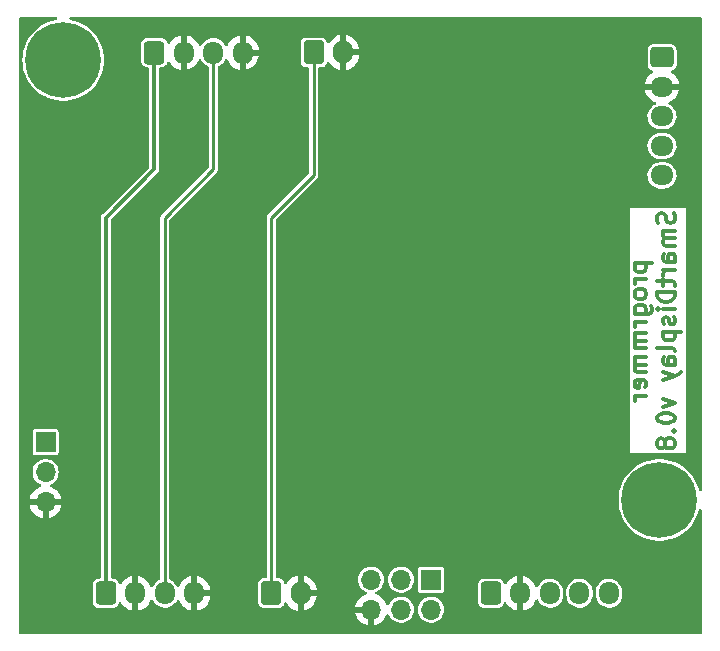
<source format=gbr>
%TF.GenerationSoftware,KiCad,Pcbnew,7.0.8*%
%TF.CreationDate,2023-12-29T15:21:52+01:00*%
%TF.ProjectId,Programmer,50726f67-7261-46d6-9d65-722e6b696361,rev?*%
%TF.SameCoordinates,Original*%
%TF.FileFunction,Copper,L2,Bot*%
%TF.FilePolarity,Positive*%
%FSLAX46Y46*%
G04 Gerber Fmt 4.6, Leading zero omitted, Abs format (unit mm)*
G04 Created by KiCad (PCBNEW 7.0.8) date 2023-12-29 15:21:52*
%MOMM*%
%LPD*%
G01*
G04 APERTURE LIST*
G04 Aperture macros list*
%AMRoundRect*
0 Rectangle with rounded corners*
0 $1 Rounding radius*
0 $2 $3 $4 $5 $6 $7 $8 $9 X,Y pos of 4 corners*
0 Add a 4 corners polygon primitive as box body*
4,1,4,$2,$3,$4,$5,$6,$7,$8,$9,$2,$3,0*
0 Add four circle primitives for the rounded corners*
1,1,$1+$1,$2,$3*
1,1,$1+$1,$4,$5*
1,1,$1+$1,$6,$7*
1,1,$1+$1,$8,$9*
0 Add four rect primitives between the rounded corners*
20,1,$1+$1,$2,$3,$4,$5,0*
20,1,$1+$1,$4,$5,$6,$7,0*
20,1,$1+$1,$6,$7,$8,$9,0*
20,1,$1+$1,$8,$9,$2,$3,0*%
G04 Aperture macros list end*
%ADD10C,0.300000*%
%TA.AperFunction,NonConductor*%
%ADD11C,0.300000*%
%TD*%
%TA.AperFunction,ComponentPad*%
%ADD12C,0.800000*%
%TD*%
%TA.AperFunction,ComponentPad*%
%ADD13C,6.400000*%
%TD*%
%TA.AperFunction,ComponentPad*%
%ADD14RoundRect,0.250000X-0.725000X0.600000X-0.725000X-0.600000X0.725000X-0.600000X0.725000X0.600000X0*%
%TD*%
%TA.AperFunction,ComponentPad*%
%ADD15O,1.950000X1.700000*%
%TD*%
%TA.AperFunction,ComponentPad*%
%ADD16R,1.700000X1.700000*%
%TD*%
%TA.AperFunction,ComponentPad*%
%ADD17O,1.700000X1.700000*%
%TD*%
%TA.AperFunction,ComponentPad*%
%ADD18RoundRect,0.250000X-0.600000X-0.750000X0.600000X-0.750000X0.600000X0.750000X-0.600000X0.750000X0*%
%TD*%
%TA.AperFunction,ComponentPad*%
%ADD19O,1.700000X2.000000*%
%TD*%
%TA.AperFunction,ComponentPad*%
%ADD20RoundRect,0.250000X-0.600000X-0.725000X0.600000X-0.725000X0.600000X0.725000X-0.600000X0.725000X0*%
%TD*%
%TA.AperFunction,ComponentPad*%
%ADD21O,1.700000X1.950000*%
%TD*%
%TA.AperFunction,Conductor*%
%ADD22C,0.250000*%
%TD*%
%TA.AperFunction,Conductor*%
%ADD23C,0.350000*%
%TD*%
G04 APERTURE END LIST*
D10*
D11*
X121960828Y-56795714D02*
X123460828Y-56795714D01*
X122032257Y-56795714D02*
X121960828Y-56938572D01*
X121960828Y-56938572D02*
X121960828Y-57224286D01*
X121960828Y-57224286D02*
X122032257Y-57367143D01*
X122032257Y-57367143D02*
X122103685Y-57438572D01*
X122103685Y-57438572D02*
X122246542Y-57510000D01*
X122246542Y-57510000D02*
X122675114Y-57510000D01*
X122675114Y-57510000D02*
X122817971Y-57438572D01*
X122817971Y-57438572D02*
X122889400Y-57367143D01*
X122889400Y-57367143D02*
X122960828Y-57224286D01*
X122960828Y-57224286D02*
X122960828Y-56938572D01*
X122960828Y-56938572D02*
X122889400Y-56795714D01*
X122960828Y-58152857D02*
X121960828Y-58152857D01*
X122246542Y-58152857D02*
X122103685Y-58224286D01*
X122103685Y-58224286D02*
X122032257Y-58295715D01*
X122032257Y-58295715D02*
X121960828Y-58438572D01*
X121960828Y-58438572D02*
X121960828Y-58581429D01*
X122960828Y-59295714D02*
X122889400Y-59152857D01*
X122889400Y-59152857D02*
X122817971Y-59081428D01*
X122817971Y-59081428D02*
X122675114Y-59010000D01*
X122675114Y-59010000D02*
X122246542Y-59010000D01*
X122246542Y-59010000D02*
X122103685Y-59081428D01*
X122103685Y-59081428D02*
X122032257Y-59152857D01*
X122032257Y-59152857D02*
X121960828Y-59295714D01*
X121960828Y-59295714D02*
X121960828Y-59510000D01*
X121960828Y-59510000D02*
X122032257Y-59652857D01*
X122032257Y-59652857D02*
X122103685Y-59724286D01*
X122103685Y-59724286D02*
X122246542Y-59795714D01*
X122246542Y-59795714D02*
X122675114Y-59795714D01*
X122675114Y-59795714D02*
X122817971Y-59724286D01*
X122817971Y-59724286D02*
X122889400Y-59652857D01*
X122889400Y-59652857D02*
X122960828Y-59510000D01*
X122960828Y-59510000D02*
X122960828Y-59295714D01*
X121960828Y-61081429D02*
X123175114Y-61081429D01*
X123175114Y-61081429D02*
X123317971Y-61010000D01*
X123317971Y-61010000D02*
X123389400Y-60938571D01*
X123389400Y-60938571D02*
X123460828Y-60795714D01*
X123460828Y-60795714D02*
X123460828Y-60581429D01*
X123460828Y-60581429D02*
X123389400Y-60438571D01*
X122889400Y-61081429D02*
X122960828Y-60938571D01*
X122960828Y-60938571D02*
X122960828Y-60652857D01*
X122960828Y-60652857D02*
X122889400Y-60510000D01*
X122889400Y-60510000D02*
X122817971Y-60438571D01*
X122817971Y-60438571D02*
X122675114Y-60367143D01*
X122675114Y-60367143D02*
X122246542Y-60367143D01*
X122246542Y-60367143D02*
X122103685Y-60438571D01*
X122103685Y-60438571D02*
X122032257Y-60510000D01*
X122032257Y-60510000D02*
X121960828Y-60652857D01*
X121960828Y-60652857D02*
X121960828Y-60938571D01*
X121960828Y-60938571D02*
X122032257Y-61081429D01*
X122960828Y-61795714D02*
X121960828Y-61795714D01*
X122246542Y-61795714D02*
X122103685Y-61867143D01*
X122103685Y-61867143D02*
X122032257Y-61938572D01*
X122032257Y-61938572D02*
X121960828Y-62081429D01*
X121960828Y-62081429D02*
X121960828Y-62224286D01*
X122960828Y-62724285D02*
X121960828Y-62724285D01*
X122103685Y-62724285D02*
X122032257Y-62795714D01*
X122032257Y-62795714D02*
X121960828Y-62938571D01*
X121960828Y-62938571D02*
X121960828Y-63152857D01*
X121960828Y-63152857D02*
X122032257Y-63295714D01*
X122032257Y-63295714D02*
X122175114Y-63367143D01*
X122175114Y-63367143D02*
X122960828Y-63367143D01*
X122175114Y-63367143D02*
X122032257Y-63438571D01*
X122032257Y-63438571D02*
X121960828Y-63581428D01*
X121960828Y-63581428D02*
X121960828Y-63795714D01*
X121960828Y-63795714D02*
X122032257Y-63938571D01*
X122032257Y-63938571D02*
X122175114Y-64010000D01*
X122175114Y-64010000D02*
X122960828Y-64010000D01*
X122960828Y-64724285D02*
X121960828Y-64724285D01*
X122103685Y-64724285D02*
X122032257Y-64795714D01*
X122032257Y-64795714D02*
X121960828Y-64938571D01*
X121960828Y-64938571D02*
X121960828Y-65152857D01*
X121960828Y-65152857D02*
X122032257Y-65295714D01*
X122032257Y-65295714D02*
X122175114Y-65367143D01*
X122175114Y-65367143D02*
X122960828Y-65367143D01*
X122175114Y-65367143D02*
X122032257Y-65438571D01*
X122032257Y-65438571D02*
X121960828Y-65581428D01*
X121960828Y-65581428D02*
X121960828Y-65795714D01*
X121960828Y-65795714D02*
X122032257Y-65938571D01*
X122032257Y-65938571D02*
X122175114Y-66010000D01*
X122175114Y-66010000D02*
X122960828Y-66010000D01*
X122889400Y-67295714D02*
X122960828Y-67152857D01*
X122960828Y-67152857D02*
X122960828Y-66867143D01*
X122960828Y-66867143D02*
X122889400Y-66724285D01*
X122889400Y-66724285D02*
X122746542Y-66652857D01*
X122746542Y-66652857D02*
X122175114Y-66652857D01*
X122175114Y-66652857D02*
X122032257Y-66724285D01*
X122032257Y-66724285D02*
X121960828Y-66867143D01*
X121960828Y-66867143D02*
X121960828Y-67152857D01*
X121960828Y-67152857D02*
X122032257Y-67295714D01*
X122032257Y-67295714D02*
X122175114Y-67367143D01*
X122175114Y-67367143D02*
X122317971Y-67367143D01*
X122317971Y-67367143D02*
X122460828Y-66652857D01*
X122960828Y-68009999D02*
X121960828Y-68009999D01*
X122246542Y-68009999D02*
X122103685Y-68081428D01*
X122103685Y-68081428D02*
X122032257Y-68152857D01*
X122032257Y-68152857D02*
X121960828Y-68295714D01*
X121960828Y-68295714D02*
X121960828Y-68438571D01*
X125304400Y-52545715D02*
X125375828Y-52760001D01*
X125375828Y-52760001D02*
X125375828Y-53117143D01*
X125375828Y-53117143D02*
X125304400Y-53260001D01*
X125304400Y-53260001D02*
X125232971Y-53331429D01*
X125232971Y-53331429D02*
X125090114Y-53402858D01*
X125090114Y-53402858D02*
X124947257Y-53402858D01*
X124947257Y-53402858D02*
X124804400Y-53331429D01*
X124804400Y-53331429D02*
X124732971Y-53260001D01*
X124732971Y-53260001D02*
X124661542Y-53117143D01*
X124661542Y-53117143D02*
X124590114Y-52831429D01*
X124590114Y-52831429D02*
X124518685Y-52688572D01*
X124518685Y-52688572D02*
X124447257Y-52617143D01*
X124447257Y-52617143D02*
X124304400Y-52545715D01*
X124304400Y-52545715D02*
X124161542Y-52545715D01*
X124161542Y-52545715D02*
X124018685Y-52617143D01*
X124018685Y-52617143D02*
X123947257Y-52688572D01*
X123947257Y-52688572D02*
X123875828Y-52831429D01*
X123875828Y-52831429D02*
X123875828Y-53188572D01*
X123875828Y-53188572D02*
X123947257Y-53402858D01*
X125375828Y-54045714D02*
X124375828Y-54045714D01*
X124518685Y-54045714D02*
X124447257Y-54117143D01*
X124447257Y-54117143D02*
X124375828Y-54260000D01*
X124375828Y-54260000D02*
X124375828Y-54474286D01*
X124375828Y-54474286D02*
X124447257Y-54617143D01*
X124447257Y-54617143D02*
X124590114Y-54688572D01*
X124590114Y-54688572D02*
X125375828Y-54688572D01*
X124590114Y-54688572D02*
X124447257Y-54760000D01*
X124447257Y-54760000D02*
X124375828Y-54902857D01*
X124375828Y-54902857D02*
X124375828Y-55117143D01*
X124375828Y-55117143D02*
X124447257Y-55260000D01*
X124447257Y-55260000D02*
X124590114Y-55331429D01*
X124590114Y-55331429D02*
X125375828Y-55331429D01*
X125375828Y-56688572D02*
X124590114Y-56688572D01*
X124590114Y-56688572D02*
X124447257Y-56617143D01*
X124447257Y-56617143D02*
X124375828Y-56474286D01*
X124375828Y-56474286D02*
X124375828Y-56188572D01*
X124375828Y-56188572D02*
X124447257Y-56045714D01*
X125304400Y-56688572D02*
X125375828Y-56545714D01*
X125375828Y-56545714D02*
X125375828Y-56188572D01*
X125375828Y-56188572D02*
X125304400Y-56045714D01*
X125304400Y-56045714D02*
X125161542Y-55974286D01*
X125161542Y-55974286D02*
X125018685Y-55974286D01*
X125018685Y-55974286D02*
X124875828Y-56045714D01*
X124875828Y-56045714D02*
X124804400Y-56188572D01*
X124804400Y-56188572D02*
X124804400Y-56545714D01*
X124804400Y-56545714D02*
X124732971Y-56688572D01*
X125375828Y-57402857D02*
X124375828Y-57402857D01*
X124661542Y-57402857D02*
X124518685Y-57474286D01*
X124518685Y-57474286D02*
X124447257Y-57545715D01*
X124447257Y-57545715D02*
X124375828Y-57688572D01*
X124375828Y-57688572D02*
X124375828Y-57831429D01*
X124375828Y-58117143D02*
X124375828Y-58688571D01*
X123875828Y-58331428D02*
X125161542Y-58331428D01*
X125161542Y-58331428D02*
X125304400Y-58402857D01*
X125304400Y-58402857D02*
X125375828Y-58545714D01*
X125375828Y-58545714D02*
X125375828Y-58688571D01*
X125375828Y-59188571D02*
X123875828Y-59188571D01*
X123875828Y-59188571D02*
X123875828Y-59545714D01*
X123875828Y-59545714D02*
X123947257Y-59760000D01*
X123947257Y-59760000D02*
X124090114Y-59902857D01*
X124090114Y-59902857D02*
X124232971Y-59974286D01*
X124232971Y-59974286D02*
X124518685Y-60045714D01*
X124518685Y-60045714D02*
X124732971Y-60045714D01*
X124732971Y-60045714D02*
X125018685Y-59974286D01*
X125018685Y-59974286D02*
X125161542Y-59902857D01*
X125161542Y-59902857D02*
X125304400Y-59760000D01*
X125304400Y-59760000D02*
X125375828Y-59545714D01*
X125375828Y-59545714D02*
X125375828Y-59188571D01*
X125375828Y-60688571D02*
X124375828Y-60688571D01*
X123875828Y-60688571D02*
X123947257Y-60617143D01*
X123947257Y-60617143D02*
X124018685Y-60688571D01*
X124018685Y-60688571D02*
X123947257Y-60760000D01*
X123947257Y-60760000D02*
X123875828Y-60688571D01*
X123875828Y-60688571D02*
X124018685Y-60688571D01*
X125304400Y-61331429D02*
X125375828Y-61474286D01*
X125375828Y-61474286D02*
X125375828Y-61760000D01*
X125375828Y-61760000D02*
X125304400Y-61902857D01*
X125304400Y-61902857D02*
X125161542Y-61974286D01*
X125161542Y-61974286D02*
X125090114Y-61974286D01*
X125090114Y-61974286D02*
X124947257Y-61902857D01*
X124947257Y-61902857D02*
X124875828Y-61760000D01*
X124875828Y-61760000D02*
X124875828Y-61545715D01*
X124875828Y-61545715D02*
X124804400Y-61402857D01*
X124804400Y-61402857D02*
X124661542Y-61331429D01*
X124661542Y-61331429D02*
X124590114Y-61331429D01*
X124590114Y-61331429D02*
X124447257Y-61402857D01*
X124447257Y-61402857D02*
X124375828Y-61545715D01*
X124375828Y-61545715D02*
X124375828Y-61760000D01*
X124375828Y-61760000D02*
X124447257Y-61902857D01*
X124375828Y-62617143D02*
X125875828Y-62617143D01*
X124447257Y-62617143D02*
X124375828Y-62760001D01*
X124375828Y-62760001D02*
X124375828Y-63045715D01*
X124375828Y-63045715D02*
X124447257Y-63188572D01*
X124447257Y-63188572D02*
X124518685Y-63260001D01*
X124518685Y-63260001D02*
X124661542Y-63331429D01*
X124661542Y-63331429D02*
X125090114Y-63331429D01*
X125090114Y-63331429D02*
X125232971Y-63260001D01*
X125232971Y-63260001D02*
X125304400Y-63188572D01*
X125304400Y-63188572D02*
X125375828Y-63045715D01*
X125375828Y-63045715D02*
X125375828Y-62760001D01*
X125375828Y-62760001D02*
X125304400Y-62617143D01*
X125375828Y-64188572D02*
X125304400Y-64045715D01*
X125304400Y-64045715D02*
X125161542Y-63974286D01*
X125161542Y-63974286D02*
X123875828Y-63974286D01*
X125375828Y-65402858D02*
X124590114Y-65402858D01*
X124590114Y-65402858D02*
X124447257Y-65331429D01*
X124447257Y-65331429D02*
X124375828Y-65188572D01*
X124375828Y-65188572D02*
X124375828Y-64902858D01*
X124375828Y-64902858D02*
X124447257Y-64760000D01*
X125304400Y-65402858D02*
X125375828Y-65260000D01*
X125375828Y-65260000D02*
X125375828Y-64902858D01*
X125375828Y-64902858D02*
X125304400Y-64760000D01*
X125304400Y-64760000D02*
X125161542Y-64688572D01*
X125161542Y-64688572D02*
X125018685Y-64688572D01*
X125018685Y-64688572D02*
X124875828Y-64760000D01*
X124875828Y-64760000D02*
X124804400Y-64902858D01*
X124804400Y-64902858D02*
X124804400Y-65260000D01*
X124804400Y-65260000D02*
X124732971Y-65402858D01*
X124375828Y-65974286D02*
X125375828Y-66331429D01*
X124375828Y-66688572D02*
X125375828Y-66331429D01*
X125375828Y-66331429D02*
X125732971Y-66188572D01*
X125732971Y-66188572D02*
X125804400Y-66117143D01*
X125804400Y-66117143D02*
X125875828Y-65974286D01*
X124375828Y-68260000D02*
X125375828Y-68617143D01*
X125375828Y-68617143D02*
X124375828Y-68974286D01*
X123875828Y-69831429D02*
X123875828Y-69974286D01*
X123875828Y-69974286D02*
X123947257Y-70117143D01*
X123947257Y-70117143D02*
X124018685Y-70188572D01*
X124018685Y-70188572D02*
X124161542Y-70260000D01*
X124161542Y-70260000D02*
X124447257Y-70331429D01*
X124447257Y-70331429D02*
X124804400Y-70331429D01*
X124804400Y-70331429D02*
X125090114Y-70260000D01*
X125090114Y-70260000D02*
X125232971Y-70188572D01*
X125232971Y-70188572D02*
X125304400Y-70117143D01*
X125304400Y-70117143D02*
X125375828Y-69974286D01*
X125375828Y-69974286D02*
X125375828Y-69831429D01*
X125375828Y-69831429D02*
X125304400Y-69688572D01*
X125304400Y-69688572D02*
X125232971Y-69617143D01*
X125232971Y-69617143D02*
X125090114Y-69545714D01*
X125090114Y-69545714D02*
X124804400Y-69474286D01*
X124804400Y-69474286D02*
X124447257Y-69474286D01*
X124447257Y-69474286D02*
X124161542Y-69545714D01*
X124161542Y-69545714D02*
X124018685Y-69617143D01*
X124018685Y-69617143D02*
X123947257Y-69688572D01*
X123947257Y-69688572D02*
X123875828Y-69831429D01*
X125232971Y-70974285D02*
X125304400Y-71045714D01*
X125304400Y-71045714D02*
X125375828Y-70974285D01*
X125375828Y-70974285D02*
X125304400Y-70902857D01*
X125304400Y-70902857D02*
X125232971Y-70974285D01*
X125232971Y-70974285D02*
X125375828Y-70974285D01*
X124518685Y-71902857D02*
X124447257Y-71760000D01*
X124447257Y-71760000D02*
X124375828Y-71688571D01*
X124375828Y-71688571D02*
X124232971Y-71617143D01*
X124232971Y-71617143D02*
X124161542Y-71617143D01*
X124161542Y-71617143D02*
X124018685Y-71688571D01*
X124018685Y-71688571D02*
X123947257Y-71760000D01*
X123947257Y-71760000D02*
X123875828Y-71902857D01*
X123875828Y-71902857D02*
X123875828Y-72188571D01*
X123875828Y-72188571D02*
X123947257Y-72331429D01*
X123947257Y-72331429D02*
X124018685Y-72402857D01*
X124018685Y-72402857D02*
X124161542Y-72474286D01*
X124161542Y-72474286D02*
X124232971Y-72474286D01*
X124232971Y-72474286D02*
X124375828Y-72402857D01*
X124375828Y-72402857D02*
X124447257Y-72331429D01*
X124447257Y-72331429D02*
X124518685Y-72188571D01*
X124518685Y-72188571D02*
X124518685Y-71902857D01*
X124518685Y-71902857D02*
X124590114Y-71760000D01*
X124590114Y-71760000D02*
X124661542Y-71688571D01*
X124661542Y-71688571D02*
X124804400Y-71617143D01*
X124804400Y-71617143D02*
X125090114Y-71617143D01*
X125090114Y-71617143D02*
X125232971Y-71688571D01*
X125232971Y-71688571D02*
X125304400Y-71760000D01*
X125304400Y-71760000D02*
X125375828Y-71902857D01*
X125375828Y-71902857D02*
X125375828Y-72188571D01*
X125375828Y-72188571D02*
X125304400Y-72331429D01*
X125304400Y-72331429D02*
X125232971Y-72402857D01*
X125232971Y-72402857D02*
X125090114Y-72474286D01*
X125090114Y-72474286D02*
X124804400Y-72474286D01*
X124804400Y-72474286D02*
X124661542Y-72402857D01*
X124661542Y-72402857D02*
X124590114Y-72331429D01*
X124590114Y-72331429D02*
X124518685Y-72188571D01*
D12*
%TO.P,H1,1,1*%
%TO.N,unconnected-(H1-Pad1)*%
X71200000Y-39589000D03*
X71902944Y-37891944D03*
X71902944Y-41286056D03*
X73600000Y-37189000D03*
D13*
X73600000Y-39589000D03*
D12*
X73600000Y-41989000D03*
X75297056Y-37891944D03*
X75297056Y-41286056D03*
X76000000Y-39589000D03*
%TD*%
%TO.P,H2,1,1*%
%TO.N,unconnected-(H2-Pad1)*%
X121665056Y-76846056D03*
X122368000Y-75149000D03*
X122368000Y-78543112D03*
X124065056Y-74446056D03*
D13*
X124065056Y-76846056D03*
D12*
X124065056Y-79246056D03*
X125762112Y-75149000D03*
X125762112Y-78543112D03*
X126465056Y-76846056D03*
%TD*%
D14*
%TO.P,J6,1,Pin_1*%
%TO.N,+3V3*%
X124290000Y-39360000D03*
D15*
%TO.P,J6,2,Pin_2*%
%TO.N,GND*%
X124290000Y-41860000D03*
%TO.P,J6,3,Pin_3*%
%TO.N,RXD*%
X124290000Y-44360000D03*
%TO.P,J6,4,Pin_4*%
%TO.N,TXD*%
X124290000Y-46860000D03*
%TO.P,J6,5,Pin_5*%
%TO.N,RESET*%
X124290000Y-49360000D03*
%TD*%
D16*
%TO.P,J1,1,Pin_1*%
%TO.N,UPDI*%
X104740000Y-83580000D03*
D17*
%TO.P,J1,2,Pin_2*%
%TO.N,+3V3*%
X104740000Y-86120000D03*
%TO.P,J1,3,Pin_3*%
%TO.N,unconnected-(J1-Pin_3-Pad3)*%
X102200000Y-83580000D03*
%TO.P,J1,4,Pin_4*%
%TO.N,unconnected-(J1-Pin_4-Pad4)*%
X102200000Y-86120000D03*
%TO.P,J1,5,Pin_5*%
%TO.N,unconnected-(J1-Pin_5-Pad5)*%
X99660000Y-83580000D03*
%TO.P,J1,6,Pin_6*%
%TO.N,GND*%
X99660000Y-86120000D03*
%TD*%
D18*
%TO.P,J2,1,Pin_1*%
%TO.N,KEY*%
X94790000Y-38945000D03*
D19*
%TO.P,J2,2,Pin_2*%
%TO.N,GND*%
X97290000Y-38945000D03*
%TD*%
D20*
%TO.P,J3,1,Pin_1*%
%TO.N,+3V3*%
X109800000Y-84720000D03*
D21*
%TO.P,J3,2,Pin_2*%
%TO.N,GND*%
X112300000Y-84720000D03*
%TO.P,J3,3,Pin_3*%
%TO.N,RXD*%
X114800000Y-84720000D03*
%TO.P,J3,4,Pin_4*%
%TO.N,TXD*%
X117300000Y-84720000D03*
%TO.P,J3,5,Pin_5*%
%TO.N,RESET*%
X119800000Y-84720000D03*
%TD*%
D18*
%TO.P,J8,1,Pin_1*%
%TO.N,KEY*%
X91200000Y-84720000D03*
D19*
%TO.P,J8,2,Pin_2*%
%TO.N,GND*%
X93700000Y-84720000D03*
%TD*%
D20*
%TO.P,J7,1,Pin_1*%
%TO.N,+12V*%
X77200000Y-84720000D03*
D21*
%TO.P,J7,2,Pin_2*%
%TO.N,GND*%
X79700000Y-84720000D03*
%TO.P,J7,3,Pin_3*%
%TO.N,INSTR.BEL*%
X82200000Y-84720000D03*
%TO.P,J7,4,Pin_4*%
%TO.N,GND*%
X84700000Y-84720000D03*
%TD*%
D16*
%TO.P,J5,1,Pin_1*%
%TO.N,+3V3*%
X72100000Y-71940000D03*
D17*
%TO.P,J5,2,Pin_2*%
%TO.N,UPDI*%
X72100000Y-74480000D03*
%TO.P,J5,3,Pin_3*%
%TO.N,GND*%
X72100000Y-77020000D03*
%TD*%
D20*
%TO.P,J4,1,Pin_1*%
%TO.N,+12V*%
X81290000Y-38955000D03*
D21*
%TO.P,J4,2,Pin_2*%
%TO.N,GND*%
X83790000Y-38955000D03*
%TO.P,J4,3,Pin_3*%
%TO.N,INSTR.BEL*%
X86290000Y-38955000D03*
%TO.P,J4,4,Pin_4*%
%TO.N,GND*%
X88790000Y-38955000D03*
%TD*%
D22*
%TO.N,GND*%
X89134000Y-39766000D02*
X89134000Y-38954000D01*
%TO.N,KEY*%
X91200000Y-84720000D02*
X91200000Y-52920000D01*
X91200000Y-52920000D02*
X94790000Y-49330000D01*
X94790000Y-49330000D02*
X94790000Y-38945000D01*
D23*
%TO.N,+12V*%
X81290000Y-48830000D02*
X81290000Y-38955000D01*
X77200000Y-52920000D02*
X81290000Y-48830000D01*
X77200000Y-84720000D02*
X77200000Y-52920000D01*
D22*
%TO.N,INSTR.BEL*%
X82200000Y-84720000D02*
X82200000Y-52920000D01*
X82200000Y-52920000D02*
X86290000Y-48830000D01*
X86290000Y-48830000D02*
X86290000Y-38955000D01*
%TD*%
%TA.AperFunction,Conductor*%
%TO.N,GND*%
G36*
X84044000Y-40414437D02*
G01*
X84189093Y-40383167D01*
X84403587Y-40296977D01*
X84600435Y-40175772D01*
X84773961Y-40023048D01*
X84773964Y-40023045D01*
X84919180Y-39843199D01*
X85031922Y-39641382D01*
X85058734Y-39565499D01*
X85100287Y-39507933D01*
X85166366Y-39481971D01*
X85235992Y-39495856D01*
X85287058Y-39545179D01*
X85289529Y-39549738D01*
X85356607Y-39679851D01*
X85356611Y-39679858D01*
X85486994Y-39845652D01*
X85487006Y-39845665D01*
X85608815Y-39951213D01*
X85646413Y-39983792D01*
X85829087Y-40089259D01*
X85829088Y-40089259D01*
X85829091Y-40089261D01*
X85834553Y-40091756D01*
X85833642Y-40093749D01*
X85883514Y-40129235D01*
X85909925Y-40195136D01*
X85910500Y-40207160D01*
X85910500Y-48620615D01*
X85890498Y-48688736D01*
X85873595Y-48709710D01*
X81968724Y-52614580D01*
X81948551Y-52630964D01*
X81939419Y-52636930D01*
X81939416Y-52636933D01*
X81917394Y-52665227D01*
X81912231Y-52671073D01*
X81911883Y-52671423D01*
X81909415Y-52673890D01*
X81895705Y-52693093D01*
X81861628Y-52736876D01*
X81857835Y-52743884D01*
X81854346Y-52751022D01*
X81838520Y-52804182D01*
X81820499Y-52856673D01*
X81819194Y-52864495D01*
X81818207Y-52872410D01*
X81820500Y-52927825D01*
X81820500Y-83473108D01*
X81800498Y-83541229D01*
X81746844Y-83587721D01*
X81645238Y-83634124D01*
X81473416Y-83756478D01*
X81473412Y-83756481D01*
X81327851Y-83909142D01*
X81213816Y-84086586D01*
X81213815Y-84086588D01*
X81204769Y-84109182D01*
X81160879Y-84164987D01*
X81093787Y-84188206D01*
X81024792Y-84171465D01*
X80975801Y-84120080D01*
X80972981Y-84114247D01*
X80889842Y-83930321D01*
X80889839Y-83930315D01*
X80760393Y-83738794D01*
X80760387Y-83738786D01*
X80600443Y-83571903D01*
X80600435Y-83571897D01*
X80414586Y-83434443D01*
X80208165Y-83330369D01*
X79987137Y-83262680D01*
X79954000Y-83258435D01*
X79954000Y-84313808D01*
X79835199Y-84259554D01*
X79733975Y-84245000D01*
X79666025Y-84245000D01*
X79564801Y-84259554D01*
X79446000Y-84313808D01*
X79446000Y-83260561D01*
X79300906Y-83291831D01*
X79086412Y-83378022D01*
X78889564Y-83499227D01*
X78716038Y-83651951D01*
X78716035Y-83651954D01*
X78570817Y-83831802D01*
X78527835Y-83908744D01*
X78477151Y-83958459D01*
X78407634Y-83972879D01*
X78341356Y-83947427D01*
X78299780Y-83891326D01*
X78298040Y-83886662D01*
X78298040Y-83886658D01*
X78247342Y-83750733D01*
X78160404Y-83634596D01*
X78044267Y-83547658D01*
X78044265Y-83547657D01*
X78044266Y-83547657D01*
X77908349Y-83496962D01*
X77908344Y-83496960D01*
X77908342Y-83496960D01*
X77900831Y-83496152D01*
X77848262Y-83490500D01*
X77848255Y-83490500D01*
X77755500Y-83490500D01*
X77687379Y-83470498D01*
X77640886Y-83416842D01*
X77629500Y-83364500D01*
X77629500Y-53150094D01*
X77649502Y-53081973D01*
X77666405Y-53060999D01*
X78591201Y-52136203D01*
X81574157Y-49153246D01*
X81579403Y-49148558D01*
X81608402Y-49125434D01*
X81640348Y-49078576D01*
X81674016Y-49032959D01*
X81674017Y-49032956D01*
X81677814Y-49025772D01*
X81681333Y-49018462D01*
X81681337Y-49018458D01*
X81687922Y-48997110D01*
X81698054Y-48964265D01*
X81709401Y-48931834D01*
X81716779Y-48910751D01*
X81716779Y-48910745D01*
X81718289Y-48902765D01*
X81719500Y-48894735D01*
X81719500Y-48838013D01*
X81721619Y-48781367D01*
X81720562Y-48771985D01*
X81721475Y-48771882D01*
X81719500Y-48756871D01*
X81719500Y-40310499D01*
X81739502Y-40242378D01*
X81793158Y-40195885D01*
X81845500Y-40184499D01*
X81938247Y-40184499D01*
X81938254Y-40184499D01*
X81998342Y-40178040D01*
X82134267Y-40127342D01*
X82250404Y-40040404D01*
X82337342Y-39924267D01*
X82388040Y-39788342D01*
X82388040Y-39788337D01*
X82388485Y-39787146D01*
X82431032Y-39730311D01*
X82497553Y-39705500D01*
X82566927Y-39720592D01*
X82610933Y-39760622D01*
X82729606Y-39936205D01*
X82729612Y-39936213D01*
X82889556Y-40103096D01*
X82889564Y-40103102D01*
X83075413Y-40240556D01*
X83281834Y-40344630D01*
X83281833Y-40344630D01*
X83502864Y-40412320D01*
X83536000Y-40416562D01*
X83536000Y-39361191D01*
X83654801Y-39415446D01*
X83756025Y-39430000D01*
X83823975Y-39430000D01*
X83925199Y-39415446D01*
X84044000Y-39361191D01*
X84044000Y-40414437D01*
G37*
%TD.AperFunction*%
%TA.AperFunction,Conductor*%
G36*
X73037936Y-35955502D02*
G01*
X73084429Y-36009158D01*
X73094533Y-36079432D01*
X73065039Y-36144012D01*
X73005313Y-36182396D01*
X72996901Y-36184554D01*
X72674473Y-36255525D01*
X72674456Y-36255530D01*
X72319480Y-36375135D01*
X72319468Y-36375140D01*
X71979511Y-36532422D01*
X71979504Y-36532426D01*
X71658533Y-36725548D01*
X71658527Y-36725552D01*
X71360319Y-36952243D01*
X71360304Y-36952256D01*
X71088364Y-37209852D01*
X70845859Y-37495352D01*
X70845857Y-37495355D01*
X70635639Y-37805403D01*
X70635636Y-37805408D01*
X70635635Y-37805410D01*
X70460175Y-38136365D01*
X70460171Y-38136374D01*
X70321524Y-38484352D01*
X70221307Y-38845298D01*
X70160706Y-39214953D01*
X70140426Y-39588996D01*
X70140426Y-39589003D01*
X70160706Y-39963046D01*
X70221307Y-40332701D01*
X70286514Y-40567553D01*
X70321524Y-40693647D01*
X70460176Y-41041637D01*
X70635639Y-41372597D01*
X70845857Y-41682645D01*
X70845859Y-41682647D01*
X71088364Y-41968147D01*
X71360304Y-42225743D01*
X71360319Y-42225756D01*
X71658532Y-42452451D01*
X71979506Y-42645575D01*
X72033240Y-42670435D01*
X72319468Y-42802859D01*
X72319480Y-42802864D01*
X72674466Y-42922473D01*
X73040303Y-43002999D01*
X73412702Y-43043500D01*
X73412710Y-43043500D01*
X73787290Y-43043500D01*
X73787298Y-43043500D01*
X74159697Y-43002999D01*
X74525534Y-42922473D01*
X74880520Y-42802864D01*
X75220494Y-42645575D01*
X75541468Y-42452451D01*
X75839681Y-42225756D01*
X76111635Y-41968147D01*
X76354143Y-41682645D01*
X76564361Y-41372597D01*
X76739824Y-41041637D01*
X76878476Y-40693647D01*
X76978691Y-40332706D01*
X77039294Y-39963046D01*
X77059574Y-39589000D01*
X77058042Y-39560752D01*
X77053771Y-39481971D01*
X77039294Y-39214954D01*
X76985480Y-38886705D01*
X76978692Y-38845298D01*
X76978691Y-38845294D01*
X76878476Y-38484353D01*
X76739824Y-38136363D01*
X76564361Y-37805403D01*
X76354143Y-37495355D01*
X76269941Y-37396225D01*
X76111635Y-37209852D01*
X75839695Y-36952256D01*
X75839680Y-36952243D01*
X75541472Y-36725552D01*
X75541466Y-36725548D01*
X75220494Y-36532425D01*
X75220488Y-36532422D01*
X74880531Y-36375140D01*
X74880519Y-36375135D01*
X74525543Y-36255530D01*
X74525542Y-36255529D01*
X74525534Y-36255527D01*
X74525529Y-36255525D01*
X74525526Y-36255525D01*
X74203099Y-36184554D01*
X74140871Y-36150376D01*
X74106999Y-36087980D01*
X74112238Y-36017177D01*
X74154925Y-35960446D01*
X74221506Y-35935799D01*
X74230185Y-35935500D01*
X75784928Y-35935500D01*
X78784928Y-35935500D01*
X122184928Y-35935500D01*
X125184928Y-35935500D01*
X127538500Y-35935500D01*
X127606621Y-35955502D01*
X127653114Y-36009158D01*
X127664500Y-36061500D01*
X127664500Y-75972642D01*
X127644498Y-76040763D01*
X127590842Y-76087256D01*
X127520568Y-76097360D01*
X127455988Y-76067866D01*
X127417604Y-76008140D01*
X127417093Y-76006351D01*
X127381798Y-75879231D01*
X127343532Y-75741409D01*
X127204880Y-75393419D01*
X127029417Y-75062459D01*
X126819199Y-74752411D01*
X126734997Y-74653281D01*
X126576691Y-74466908D01*
X126304751Y-74209312D01*
X126304736Y-74209299D01*
X126006528Y-73982608D01*
X126006522Y-73982604D01*
X125685550Y-73789481D01*
X125685544Y-73789478D01*
X125345587Y-73632196D01*
X125345575Y-73632191D01*
X124990599Y-73512586D01*
X124990598Y-73512585D01*
X124990590Y-73512583D01*
X124990585Y-73512581D01*
X124990582Y-73512581D01*
X124624770Y-73432060D01*
X124624741Y-73432055D01*
X124252361Y-73391556D01*
X124252354Y-73391556D01*
X123877758Y-73391556D01*
X123877750Y-73391556D01*
X123505370Y-73432055D01*
X123505341Y-73432060D01*
X123139529Y-73512581D01*
X123139512Y-73512586D01*
X122784536Y-73632191D01*
X122784524Y-73632196D01*
X122444567Y-73789478D01*
X122444560Y-73789482D01*
X122123589Y-73982604D01*
X122123583Y-73982608D01*
X121825375Y-74209299D01*
X121825360Y-74209312D01*
X121553420Y-74466908D01*
X121310915Y-74752408D01*
X121310913Y-74752411D01*
X121100695Y-75062459D01*
X121100692Y-75062464D01*
X121100691Y-75062466D01*
X120925231Y-75393421D01*
X120925227Y-75393430D01*
X120786580Y-75741408D01*
X120686363Y-76102354D01*
X120625762Y-76472009D01*
X120605482Y-76846052D01*
X120605482Y-76846059D01*
X120625762Y-77220102D01*
X120686363Y-77589757D01*
X120786580Y-77950703D01*
X120870277Y-78160768D01*
X120925232Y-78298693D01*
X121100695Y-78629653D01*
X121310913Y-78939701D01*
X121310915Y-78939703D01*
X121553420Y-79225203D01*
X121825360Y-79482799D01*
X121825375Y-79482812D01*
X122123588Y-79709507D01*
X122444562Y-79902631D01*
X122567671Y-79959587D01*
X122784524Y-80059915D01*
X122784536Y-80059920D01*
X123139522Y-80179529D01*
X123505359Y-80260055D01*
X123877758Y-80300556D01*
X123877766Y-80300556D01*
X124252346Y-80300556D01*
X124252354Y-80300556D01*
X124624753Y-80260055D01*
X124990590Y-80179529D01*
X125345576Y-80059920D01*
X125685550Y-79902631D01*
X126006524Y-79709507D01*
X126304737Y-79482812D01*
X126576691Y-79225203D01*
X126819199Y-78939701D01*
X127029417Y-78629653D01*
X127204880Y-78298693D01*
X127343532Y-77950703D01*
X127417093Y-77685759D01*
X127454590Y-77625474D01*
X127518728Y-77595030D01*
X127589144Y-77604095D01*
X127643480Y-77649790D01*
X127664486Y-77717608D01*
X127664500Y-77719469D01*
X127664500Y-88058500D01*
X127644498Y-88126621D01*
X127590842Y-88173114D01*
X127538500Y-88184500D01*
X69941500Y-88184500D01*
X69873379Y-88164498D01*
X69826886Y-88110842D01*
X69815500Y-88058500D01*
X69815500Y-86374000D01*
X98323455Y-86374000D01*
X98371176Y-86562449D01*
X98371179Y-86562456D01*
X98461580Y-86768548D01*
X98584674Y-86956958D01*
X98737097Y-87122534D01*
X98914698Y-87260767D01*
X98914699Y-87260768D01*
X99112628Y-87367882D01*
X99112630Y-87367883D01*
X99325483Y-87440955D01*
X99325492Y-87440957D01*
X99406000Y-87454391D01*
X99406000Y-86553674D01*
X99517685Y-86604680D01*
X99624237Y-86620000D01*
X99695763Y-86620000D01*
X99802315Y-86604680D01*
X99914000Y-86553674D01*
X99914000Y-87454390D01*
X99994507Y-87440957D01*
X99994516Y-87440955D01*
X100207369Y-87367883D01*
X100207371Y-87367882D01*
X100405300Y-87260768D01*
X100405301Y-87260767D01*
X100582902Y-87122534D01*
X100735325Y-86956958D01*
X100858419Y-86768548D01*
X100950916Y-86557680D01*
X100952538Y-86558391D01*
X100989051Y-86506816D01*
X101054889Y-86480248D01*
X101124640Y-86493492D01*
X101176157Y-86542343D01*
X101180002Y-86549481D01*
X101256908Y-86703930D01*
X101256912Y-86703935D01*
X101380266Y-86867284D01*
X101531536Y-87005185D01*
X101705566Y-87112940D01*
X101705568Y-87112940D01*
X101705573Y-87112944D01*
X101896444Y-87186888D01*
X102097653Y-87224500D01*
X102097655Y-87224500D01*
X102302345Y-87224500D01*
X102302347Y-87224500D01*
X102503556Y-87186888D01*
X102694427Y-87112944D01*
X102868462Y-87005186D01*
X103019732Y-86867285D01*
X103143088Y-86703935D01*
X103234328Y-86520701D01*
X103290345Y-86323821D01*
X103301604Y-86202320D01*
X103309232Y-86120004D01*
X103630768Y-86120004D01*
X103649654Y-86323819D01*
X103663932Y-86374000D01*
X103705672Y-86520701D01*
X103796912Y-86703935D01*
X103796913Y-86703936D01*
X103920266Y-86867284D01*
X104071536Y-87005185D01*
X104245566Y-87112940D01*
X104245568Y-87112940D01*
X104245573Y-87112944D01*
X104436444Y-87186888D01*
X104637653Y-87224500D01*
X104637655Y-87224500D01*
X104842345Y-87224500D01*
X104842347Y-87224500D01*
X105043556Y-87186888D01*
X105234427Y-87112944D01*
X105408462Y-87005186D01*
X105559732Y-86867285D01*
X105683088Y-86703935D01*
X105774328Y-86520701D01*
X105830345Y-86323821D01*
X105841604Y-86202320D01*
X105849232Y-86120004D01*
X105849232Y-86119995D01*
X105830345Y-85916180D01*
X105828631Y-85910156D01*
X105774328Y-85719299D01*
X105683088Y-85536065D01*
X105650753Y-85493246D01*
X108695500Y-85493246D01*
X108695502Y-85493270D01*
X108701959Y-85553339D01*
X108701959Y-85553341D01*
X108752657Y-85689266D01*
X108771373Y-85714268D01*
X108839596Y-85805404D01*
X108955733Y-85892342D01*
X109091658Y-85943040D01*
X109151745Y-85949500D01*
X110448254Y-85949499D01*
X110508342Y-85943040D01*
X110644267Y-85892342D01*
X110760404Y-85805404D01*
X110847342Y-85689267D01*
X110898040Y-85553342D01*
X110898040Y-85553337D01*
X110898485Y-85552146D01*
X110941032Y-85495311D01*
X111007553Y-85470500D01*
X111076927Y-85485592D01*
X111120933Y-85525622D01*
X111239606Y-85701205D01*
X111239612Y-85701213D01*
X111399556Y-85868096D01*
X111399564Y-85868102D01*
X111585413Y-86005556D01*
X111791834Y-86109630D01*
X111791833Y-86109630D01*
X112012864Y-86177320D01*
X112046000Y-86181562D01*
X112046000Y-85126191D01*
X112164801Y-85180446D01*
X112266025Y-85195000D01*
X112333975Y-85195000D01*
X112435199Y-85180446D01*
X112554000Y-85126191D01*
X112554000Y-86179437D01*
X112699093Y-86148167D01*
X112913587Y-86061977D01*
X113110435Y-85940772D01*
X113283961Y-85788048D01*
X113283964Y-85788045D01*
X113429180Y-85608199D01*
X113541922Y-85406382D01*
X113568734Y-85330499D01*
X113610287Y-85272933D01*
X113676366Y-85246971D01*
X113745992Y-85260856D01*
X113797058Y-85310179D01*
X113799529Y-85314738D01*
X113866607Y-85444851D01*
X113866611Y-85444858D01*
X113996994Y-85610652D01*
X113997006Y-85610665D01*
X114143963Y-85738004D01*
X114156413Y-85748792D01*
X114339087Y-85854259D01*
X114538420Y-85923248D01*
X114538423Y-85923248D01*
X114538425Y-85923249D01*
X114747205Y-85953267D01*
X114747206Y-85953266D01*
X114747207Y-85953267D01*
X114957902Y-85943231D01*
X115162890Y-85893501D01*
X115354762Y-85805876D01*
X115526584Y-85683522D01*
X115672145Y-85530862D01*
X115786184Y-85353413D01*
X115864580Y-85157589D01*
X115904500Y-84950467D01*
X115904500Y-84897630D01*
X116195500Y-84897630D01*
X116210525Y-85054969D01*
X116210528Y-85054984D01*
X116269953Y-85257370D01*
X116366607Y-85444851D01*
X116366611Y-85444858D01*
X116496994Y-85610652D01*
X116497006Y-85610665D01*
X116643963Y-85738004D01*
X116656413Y-85748792D01*
X116839087Y-85854259D01*
X117038420Y-85923248D01*
X117038423Y-85923248D01*
X117038425Y-85923249D01*
X117247205Y-85953267D01*
X117247206Y-85953266D01*
X117247207Y-85953267D01*
X117457902Y-85943231D01*
X117662890Y-85893501D01*
X117854762Y-85805876D01*
X118026584Y-85683522D01*
X118172145Y-85530862D01*
X118286184Y-85353413D01*
X118364580Y-85157589D01*
X118404500Y-84950467D01*
X118404500Y-84897630D01*
X118695500Y-84897630D01*
X118710525Y-85054969D01*
X118710528Y-85054984D01*
X118769953Y-85257370D01*
X118866607Y-85444851D01*
X118866611Y-85444858D01*
X118996994Y-85610652D01*
X118997006Y-85610665D01*
X119143963Y-85738004D01*
X119156413Y-85748792D01*
X119339087Y-85854259D01*
X119538420Y-85923248D01*
X119538423Y-85923248D01*
X119538425Y-85923249D01*
X119747205Y-85953267D01*
X119747206Y-85953266D01*
X119747207Y-85953267D01*
X119957902Y-85943231D01*
X120162890Y-85893501D01*
X120354762Y-85805876D01*
X120526584Y-85683522D01*
X120672145Y-85530862D01*
X120786184Y-85353413D01*
X120864580Y-85157589D01*
X120904500Y-84950467D01*
X120904500Y-84542387D01*
X120904499Y-84542369D01*
X120889474Y-84385030D01*
X120889473Y-84385028D01*
X120889473Y-84385021D01*
X120830047Y-84182632D01*
X120830046Y-84182631D01*
X120830046Y-84182629D01*
X120733392Y-83995148D01*
X120733388Y-83995141D01*
X120603005Y-83829347D01*
X120603003Y-83829344D01*
X120603000Y-83829341D01*
X120602997Y-83829338D01*
X120602993Y-83829334D01*
X120443592Y-83691212D01*
X120443584Y-83691206D01*
X120260916Y-83585743D01*
X120260918Y-83585743D01*
X120260913Y-83585741D01*
X120061580Y-83516752D01*
X120061578Y-83516751D01*
X120061574Y-83516750D01*
X119852794Y-83486732D01*
X119642106Y-83496768D01*
X119642095Y-83496769D01*
X119437113Y-83546498D01*
X119437111Y-83546498D01*
X119245236Y-83634125D01*
X119073416Y-83756478D01*
X119073412Y-83756481D01*
X118927851Y-83909142D01*
X118813816Y-84086586D01*
X118735419Y-84282414D01*
X118695500Y-84489528D01*
X118695500Y-84897630D01*
X118404500Y-84897630D01*
X118404500Y-84542387D01*
X118404499Y-84542369D01*
X118389474Y-84385030D01*
X118389473Y-84385028D01*
X118389473Y-84385021D01*
X118330047Y-84182632D01*
X118330046Y-84182631D01*
X118330046Y-84182629D01*
X118233392Y-83995148D01*
X118233388Y-83995141D01*
X118103005Y-83829347D01*
X118103003Y-83829344D01*
X118103000Y-83829341D01*
X118102997Y-83829338D01*
X118102993Y-83829334D01*
X117943592Y-83691212D01*
X117943584Y-83691206D01*
X117760916Y-83585743D01*
X117760918Y-83585743D01*
X117760913Y-83585741D01*
X117561580Y-83516752D01*
X117561578Y-83516751D01*
X117561574Y-83516750D01*
X117352794Y-83486732D01*
X117142106Y-83496768D01*
X117142095Y-83496769D01*
X116937113Y-83546498D01*
X116937111Y-83546498D01*
X116745236Y-83634125D01*
X116573416Y-83756478D01*
X116573412Y-83756481D01*
X116427851Y-83909142D01*
X116313816Y-84086586D01*
X116235419Y-84282414D01*
X116195500Y-84489528D01*
X116195500Y-84897630D01*
X115904500Y-84897630D01*
X115904500Y-84542387D01*
X115904499Y-84542369D01*
X115889474Y-84385030D01*
X115889473Y-84385028D01*
X115889473Y-84385021D01*
X115830047Y-84182632D01*
X115830046Y-84182631D01*
X115830046Y-84182629D01*
X115733392Y-83995148D01*
X115733388Y-83995141D01*
X115603005Y-83829347D01*
X115603003Y-83829344D01*
X115603000Y-83829341D01*
X115602997Y-83829338D01*
X115602993Y-83829334D01*
X115443592Y-83691212D01*
X115443584Y-83691206D01*
X115260916Y-83585743D01*
X115260918Y-83585743D01*
X115260913Y-83585741D01*
X115061580Y-83516752D01*
X115061578Y-83516751D01*
X115061574Y-83516750D01*
X114852794Y-83486732D01*
X114642106Y-83496768D01*
X114642095Y-83496769D01*
X114437113Y-83546498D01*
X114437111Y-83546498D01*
X114245236Y-83634125D01*
X114073416Y-83756478D01*
X114073412Y-83756481D01*
X113927851Y-83909142D01*
X113813816Y-84086586D01*
X113813815Y-84086588D01*
X113804769Y-84109182D01*
X113760879Y-84164987D01*
X113693787Y-84188206D01*
X113624792Y-84171465D01*
X113575801Y-84120080D01*
X113572981Y-84114247D01*
X113489842Y-83930321D01*
X113489839Y-83930315D01*
X113360393Y-83738794D01*
X113360387Y-83738786D01*
X113200443Y-83571903D01*
X113200435Y-83571897D01*
X113014586Y-83434443D01*
X112808165Y-83330369D01*
X112587137Y-83262680D01*
X112554000Y-83258435D01*
X112554000Y-84313808D01*
X112435199Y-84259554D01*
X112333975Y-84245000D01*
X112266025Y-84245000D01*
X112164801Y-84259554D01*
X112046000Y-84313808D01*
X112046000Y-83260561D01*
X111900906Y-83291831D01*
X111686412Y-83378022D01*
X111489564Y-83499227D01*
X111316038Y-83651951D01*
X111316035Y-83651954D01*
X111170817Y-83831802D01*
X111127835Y-83908744D01*
X111077151Y-83958459D01*
X111007634Y-83972879D01*
X110941356Y-83947427D01*
X110899780Y-83891326D01*
X110898040Y-83886662D01*
X110898040Y-83886658D01*
X110847342Y-83750733D01*
X110760404Y-83634596D01*
X110644267Y-83547658D01*
X110644265Y-83547657D01*
X110644266Y-83547657D01*
X110508349Y-83496962D01*
X110508344Y-83496960D01*
X110508342Y-83496960D01*
X110478298Y-83493730D01*
X110448256Y-83490500D01*
X109151753Y-83490500D01*
X109151729Y-83490502D01*
X109091660Y-83496959D01*
X109091658Y-83496959D01*
X108955733Y-83547657D01*
X108839596Y-83634596D01*
X108752657Y-83750734D01*
X108701962Y-83886650D01*
X108701960Y-83886658D01*
X108695500Y-83946737D01*
X108695500Y-85493246D01*
X105650753Y-85493246D01*
X105614209Y-85444854D01*
X105559733Y-85372715D01*
X105408463Y-85234814D01*
X105234433Y-85127059D01*
X105234428Y-85127057D01*
X105234427Y-85127056D01*
X105209670Y-85117465D01*
X105043559Y-85053113D01*
X105043560Y-85053113D01*
X105043557Y-85053112D01*
X105043556Y-85053112D01*
X104842347Y-85015500D01*
X104637653Y-85015500D01*
X104448823Y-85050798D01*
X104436439Y-85053113D01*
X104245577Y-85127054D01*
X104245566Y-85127059D01*
X104071536Y-85234814D01*
X103920266Y-85372715D01*
X103796913Y-85536063D01*
X103705671Y-85719301D01*
X103649654Y-85916180D01*
X103630768Y-86119995D01*
X103630768Y-86120004D01*
X103309232Y-86120004D01*
X103309232Y-86119995D01*
X103290345Y-85916180D01*
X103288631Y-85910156D01*
X103234328Y-85719299D01*
X103143088Y-85536065D01*
X103074209Y-85444854D01*
X103019733Y-85372715D01*
X102868463Y-85234814D01*
X102694433Y-85127059D01*
X102694428Y-85127057D01*
X102694427Y-85127056D01*
X102669670Y-85117465D01*
X102503559Y-85053113D01*
X102503560Y-85053113D01*
X102503557Y-85053112D01*
X102503556Y-85053112D01*
X102302347Y-85015500D01*
X102097653Y-85015500D01*
X101908823Y-85050798D01*
X101896439Y-85053113D01*
X101705577Y-85127054D01*
X101705566Y-85127059D01*
X101531536Y-85234814D01*
X101380266Y-85372715D01*
X101256912Y-85536064D01*
X101256908Y-85536069D01*
X101180002Y-85690518D01*
X101131733Y-85742582D01*
X101062979Y-85760284D01*
X100995568Y-85738004D01*
X100950905Y-85682817D01*
X100949432Y-85678938D01*
X100858419Y-85471451D01*
X100735325Y-85283041D01*
X100582902Y-85117465D01*
X100405301Y-84979232D01*
X100405300Y-84979231D01*
X100207371Y-84872117D01*
X100207369Y-84872116D01*
X100096195Y-84833951D01*
X100038260Y-84792914D01*
X100011708Y-84727069D01*
X100024969Y-84657322D01*
X100073834Y-84605817D01*
X100091581Y-84597290D01*
X100154427Y-84572944D01*
X100328462Y-84465186D01*
X100479732Y-84327285D01*
X100603088Y-84163935D01*
X100694328Y-83980701D01*
X100750345Y-83783821D01*
X100758927Y-83691206D01*
X100769232Y-83580004D01*
X101090768Y-83580004D01*
X101109654Y-83783819D01*
X101163446Y-83972879D01*
X101165672Y-83980701D01*
X101256912Y-84163935D01*
X101268397Y-84179143D01*
X101380266Y-84327284D01*
X101531536Y-84465185D01*
X101705566Y-84572940D01*
X101705568Y-84572940D01*
X101705573Y-84572944D01*
X101896444Y-84646888D01*
X102097653Y-84684500D01*
X102097655Y-84684500D01*
X102302345Y-84684500D01*
X102302347Y-84684500D01*
X102503556Y-84646888D01*
X102694427Y-84572944D01*
X102868462Y-84465186D01*
X102879566Y-84455063D01*
X103635500Y-84455063D01*
X103635501Y-84455073D01*
X103650265Y-84529300D01*
X103706516Y-84613484D01*
X103790697Y-84669733D01*
X103790699Y-84669734D01*
X103864933Y-84684500D01*
X105615066Y-84684499D01*
X105615069Y-84684498D01*
X105615073Y-84684498D01*
X105664326Y-84674701D01*
X105689301Y-84669734D01*
X105773484Y-84613484D01*
X105829734Y-84529301D01*
X105844500Y-84455067D01*
X105844499Y-82704934D01*
X105844498Y-82704930D01*
X105844498Y-82704926D01*
X105829734Y-82630699D01*
X105773483Y-82546515D01*
X105689302Y-82490266D01*
X105615067Y-82475500D01*
X103864936Y-82475500D01*
X103864926Y-82475501D01*
X103790699Y-82490265D01*
X103706515Y-82546516D01*
X103650266Y-82630697D01*
X103635500Y-82704930D01*
X103635500Y-84455063D01*
X102879566Y-84455063D01*
X103019732Y-84327285D01*
X103143088Y-84163935D01*
X103234328Y-83980701D01*
X103290345Y-83783821D01*
X103298927Y-83691206D01*
X103309232Y-83580004D01*
X103309232Y-83579995D01*
X103290345Y-83376180D01*
X103277311Y-83330369D01*
X103234328Y-83179299D01*
X103143088Y-82996065D01*
X103102538Y-82942368D01*
X103019733Y-82832715D01*
X102868463Y-82694814D01*
X102694433Y-82587059D01*
X102694428Y-82587057D01*
X102694427Y-82587056D01*
X102694422Y-82587054D01*
X102503559Y-82513113D01*
X102503560Y-82513113D01*
X102503557Y-82513112D01*
X102503556Y-82513112D01*
X102302347Y-82475500D01*
X102097653Y-82475500D01*
X101896444Y-82513112D01*
X101896439Y-82513113D01*
X101705577Y-82587054D01*
X101705566Y-82587059D01*
X101531536Y-82694814D01*
X101380266Y-82832715D01*
X101256913Y-82996063D01*
X101165671Y-83179301D01*
X101109654Y-83376180D01*
X101090768Y-83579995D01*
X101090768Y-83580004D01*
X100769232Y-83580004D01*
X100769232Y-83579995D01*
X100750345Y-83376180D01*
X100737311Y-83330369D01*
X100694328Y-83179299D01*
X100603088Y-82996065D01*
X100562538Y-82942368D01*
X100479733Y-82832715D01*
X100328463Y-82694814D01*
X100154433Y-82587059D01*
X100154428Y-82587057D01*
X100154427Y-82587056D01*
X100154422Y-82587054D01*
X99963559Y-82513113D01*
X99963560Y-82513113D01*
X99963557Y-82513112D01*
X99963556Y-82513112D01*
X99762347Y-82475500D01*
X99557653Y-82475500D01*
X99356444Y-82513112D01*
X99356439Y-82513113D01*
X99165577Y-82587054D01*
X99165566Y-82587059D01*
X98991536Y-82694814D01*
X98840266Y-82832715D01*
X98716913Y-82996063D01*
X98625671Y-83179301D01*
X98569654Y-83376180D01*
X98550768Y-83579995D01*
X98550768Y-83580004D01*
X98569654Y-83783819D01*
X98623446Y-83972879D01*
X98625672Y-83980701D01*
X98716912Y-84163935D01*
X98728397Y-84179143D01*
X98840266Y-84327284D01*
X98991536Y-84465185D01*
X99165566Y-84572940D01*
X99165568Y-84572940D01*
X99165573Y-84572944D01*
X99215333Y-84592221D01*
X99228409Y-84597287D01*
X99284704Y-84640546D01*
X99308674Y-84707374D01*
X99292710Y-84776552D01*
X99241879Y-84826118D01*
X99223804Y-84833951D01*
X99112631Y-84872116D01*
X99112628Y-84872117D01*
X98914699Y-84979231D01*
X98914698Y-84979232D01*
X98737097Y-85117465D01*
X98584674Y-85283041D01*
X98461580Y-85471451D01*
X98371179Y-85677543D01*
X98371176Y-85677550D01*
X98323455Y-85865999D01*
X98323456Y-85866000D01*
X99228884Y-85866000D01*
X99200507Y-85910156D01*
X99160000Y-86048111D01*
X99160000Y-86191889D01*
X99200507Y-86329844D01*
X99228884Y-86374000D01*
X98323455Y-86374000D01*
X69815500Y-86374000D01*
X69815500Y-85493246D01*
X76095500Y-85493246D01*
X76095502Y-85493270D01*
X76101959Y-85553339D01*
X76101959Y-85553341D01*
X76152657Y-85689266D01*
X76171373Y-85714268D01*
X76239596Y-85805404D01*
X76355733Y-85892342D01*
X76491658Y-85943040D01*
X76551745Y-85949500D01*
X77848254Y-85949499D01*
X77908342Y-85943040D01*
X78044267Y-85892342D01*
X78160404Y-85805404D01*
X78247342Y-85689267D01*
X78298040Y-85553342D01*
X78298040Y-85553337D01*
X78298485Y-85552146D01*
X78341032Y-85495311D01*
X78407553Y-85470500D01*
X78476927Y-85485592D01*
X78520933Y-85525622D01*
X78639606Y-85701205D01*
X78639612Y-85701213D01*
X78799556Y-85868096D01*
X78799564Y-85868102D01*
X78985413Y-86005556D01*
X79191834Y-86109630D01*
X79191833Y-86109630D01*
X79412864Y-86177320D01*
X79446000Y-86181562D01*
X79446000Y-85126191D01*
X79564801Y-85180446D01*
X79666025Y-85195000D01*
X79733975Y-85195000D01*
X79835199Y-85180446D01*
X79954000Y-85126191D01*
X79954000Y-86179437D01*
X80099093Y-86148167D01*
X80313587Y-86061977D01*
X80510435Y-85940772D01*
X80683961Y-85788048D01*
X80683964Y-85788045D01*
X80829180Y-85608199D01*
X80941922Y-85406382D01*
X80968734Y-85330499D01*
X81010287Y-85272933D01*
X81076366Y-85246971D01*
X81145992Y-85260856D01*
X81197058Y-85310179D01*
X81199529Y-85314738D01*
X81266607Y-85444851D01*
X81266611Y-85444858D01*
X81396994Y-85610652D01*
X81397006Y-85610665D01*
X81543963Y-85738004D01*
X81556413Y-85748792D01*
X81739087Y-85854259D01*
X81938420Y-85923248D01*
X81938423Y-85923248D01*
X81938425Y-85923249D01*
X82147205Y-85953267D01*
X82147206Y-85953266D01*
X82147207Y-85953267D01*
X82357902Y-85943231D01*
X82562890Y-85893501D01*
X82754762Y-85805876D01*
X82926584Y-85683522D01*
X83072145Y-85530862D01*
X83186184Y-85353413D01*
X83195228Y-85330821D01*
X83239115Y-85275015D01*
X83306207Y-85251794D01*
X83375202Y-85268531D01*
X83424196Y-85319914D01*
X83427018Y-85325752D01*
X83510157Y-85509678D01*
X83510160Y-85509684D01*
X83639606Y-85701205D01*
X83639612Y-85701213D01*
X83799556Y-85868096D01*
X83799564Y-85868102D01*
X83985413Y-86005556D01*
X84191834Y-86109630D01*
X84191833Y-86109630D01*
X84412864Y-86177320D01*
X84446000Y-86181562D01*
X84446000Y-85126191D01*
X84564801Y-85180446D01*
X84666025Y-85195000D01*
X84733975Y-85195000D01*
X84835199Y-85180446D01*
X84954000Y-85126191D01*
X84954000Y-86179437D01*
X85099093Y-86148167D01*
X85313587Y-86061977D01*
X85510435Y-85940772D01*
X85683961Y-85788048D01*
X85683964Y-85788045D01*
X85829180Y-85608199D01*
X85879431Y-85518246D01*
X90095500Y-85518246D01*
X90095502Y-85518270D01*
X90101959Y-85578339D01*
X90101959Y-85578341D01*
X90152657Y-85714266D01*
X90170427Y-85738004D01*
X90239596Y-85830404D01*
X90355733Y-85917342D01*
X90491658Y-85968040D01*
X90551745Y-85974500D01*
X91848254Y-85974499D01*
X91908342Y-85968040D01*
X92044267Y-85917342D01*
X92160404Y-85830404D01*
X92247342Y-85714267D01*
X92298040Y-85578342D01*
X92298040Y-85578337D01*
X92298485Y-85577146D01*
X92341032Y-85520311D01*
X92407553Y-85495500D01*
X92476927Y-85510592D01*
X92520933Y-85550622D01*
X92639606Y-85726205D01*
X92639612Y-85726213D01*
X92799556Y-85893096D01*
X92799564Y-85893102D01*
X92985413Y-86030556D01*
X93191834Y-86134630D01*
X93191833Y-86134630D01*
X93412864Y-86202320D01*
X93446000Y-86206562D01*
X93446000Y-85153674D01*
X93557685Y-85204680D01*
X93664237Y-85220000D01*
X93735763Y-85220000D01*
X93842315Y-85204680D01*
X93954000Y-85153674D01*
X93954000Y-86204437D01*
X94099093Y-86173167D01*
X94313587Y-86086977D01*
X94510435Y-85965772D01*
X94683961Y-85813048D01*
X94683964Y-85813045D01*
X94829180Y-85633199D01*
X94941922Y-85431382D01*
X95018931Y-85213429D01*
X95058000Y-84985580D01*
X95058000Y-84974000D01*
X94131116Y-84974000D01*
X94159493Y-84929844D01*
X94200000Y-84791889D01*
X94200000Y-84648111D01*
X94159493Y-84510156D01*
X94131116Y-84466000D01*
X95054058Y-84466000D01*
X95054057Y-84465999D01*
X95043306Y-84339668D01*
X95043304Y-84339661D01*
X94985059Y-84115966D01*
X94889842Y-83905321D01*
X94889839Y-83905315D01*
X94760393Y-83713794D01*
X94760387Y-83713786D01*
X94600443Y-83546903D01*
X94600435Y-83546897D01*
X94414586Y-83409443D01*
X94208165Y-83305369D01*
X93987137Y-83237680D01*
X93954000Y-83233435D01*
X93954000Y-84286325D01*
X93842315Y-84235320D01*
X93735763Y-84220000D01*
X93664237Y-84220000D01*
X93557685Y-84235320D01*
X93446000Y-84286325D01*
X93446000Y-83235561D01*
X93300906Y-83266831D01*
X93086412Y-83353022D01*
X92889564Y-83474227D01*
X92716038Y-83626951D01*
X92716035Y-83626954D01*
X92570817Y-83806802D01*
X92527835Y-83883744D01*
X92477151Y-83933459D01*
X92407634Y-83947879D01*
X92341356Y-83922427D01*
X92299780Y-83866326D01*
X92298040Y-83861662D01*
X92298040Y-83861658D01*
X92247342Y-83725733D01*
X92160404Y-83609596D01*
X92044267Y-83522658D01*
X92044265Y-83522657D01*
X92044266Y-83522657D01*
X91908349Y-83471962D01*
X91908344Y-83471960D01*
X91908342Y-83471960D01*
X91900831Y-83471152D01*
X91848262Y-83465500D01*
X91848255Y-83465500D01*
X91705500Y-83465500D01*
X91637379Y-83445498D01*
X91590886Y-83391842D01*
X91579500Y-83339500D01*
X91579500Y-53129383D01*
X91599502Y-53061262D01*
X91616400Y-53040293D01*
X92520490Y-52136203D01*
X121551037Y-52136203D01*
X121551037Y-72883798D01*
X126285619Y-72883798D01*
X126285619Y-52136203D01*
X121551037Y-52136203D01*
X92520490Y-52136203D01*
X95021276Y-49635416D01*
X95041453Y-49619031D01*
X95050582Y-49613068D01*
X95072611Y-49584762D01*
X95077770Y-49578923D01*
X95080581Y-49576113D01*
X95094294Y-49556906D01*
X95128375Y-49513119D01*
X95128375Y-49513116D01*
X95132158Y-49506127D01*
X95135654Y-49498977D01*
X95151479Y-49445817D01*
X95169499Y-49393331D01*
X95170803Y-49385516D01*
X95171790Y-49377595D01*
X95171792Y-49377590D01*
X95169500Y-49322164D01*
X95169500Y-49307205D01*
X123056732Y-49307205D01*
X123066768Y-49517893D01*
X123066769Y-49517904D01*
X123116498Y-49722886D01*
X123116498Y-49722888D01*
X123116499Y-49722890D01*
X123204124Y-49914762D01*
X123326478Y-50086584D01*
X123479138Y-50232145D01*
X123479140Y-50232146D01*
X123479142Y-50232148D01*
X123574434Y-50293388D01*
X123656587Y-50346184D01*
X123852411Y-50424580D01*
X124059533Y-50464500D01*
X124059537Y-50464500D01*
X124467613Y-50464500D01*
X124467630Y-50464499D01*
X124624969Y-50449474D01*
X124624969Y-50449473D01*
X124624979Y-50449473D01*
X124827368Y-50390047D01*
X125014854Y-50293391D01*
X125180659Y-50163000D01*
X125318792Y-50003587D01*
X125424259Y-49820913D01*
X125493248Y-49621580D01*
X125523267Y-49412793D01*
X125513231Y-49202098D01*
X125463501Y-48997110D01*
X125375876Y-48805238D01*
X125253522Y-48633416D01*
X125100862Y-48487855D01*
X125100859Y-48487853D01*
X125100857Y-48487851D01*
X124923413Y-48373816D01*
X124813848Y-48329953D01*
X124727589Y-48295420D01*
X124727586Y-48295419D01*
X124727585Y-48295419D01*
X124520471Y-48255500D01*
X124520467Y-48255500D01*
X124112387Y-48255500D01*
X124112369Y-48255500D01*
X123955030Y-48270525D01*
X123955015Y-48270528D01*
X123752629Y-48329953D01*
X123565148Y-48426607D01*
X123565141Y-48426611D01*
X123399347Y-48556994D01*
X123399334Y-48557006D01*
X123261212Y-48716407D01*
X123261206Y-48716415D01*
X123155743Y-48899083D01*
X123155739Y-48899092D01*
X123086753Y-49098417D01*
X123086750Y-49098425D01*
X123056732Y-49307205D01*
X95169500Y-49307205D01*
X95169500Y-46807205D01*
X123056732Y-46807205D01*
X123066768Y-47017893D01*
X123066769Y-47017904D01*
X123116498Y-47222886D01*
X123116498Y-47222888D01*
X123116499Y-47222890D01*
X123204124Y-47414762D01*
X123326478Y-47586584D01*
X123479138Y-47732145D01*
X123479140Y-47732146D01*
X123479142Y-47732148D01*
X123574434Y-47793388D01*
X123656587Y-47846184D01*
X123852411Y-47924580D01*
X124059533Y-47964500D01*
X124059537Y-47964500D01*
X124467613Y-47964500D01*
X124467630Y-47964499D01*
X124624969Y-47949474D01*
X124624969Y-47949473D01*
X124624979Y-47949473D01*
X124827368Y-47890047D01*
X125014854Y-47793391D01*
X125180659Y-47663000D01*
X125318792Y-47503587D01*
X125424259Y-47320913D01*
X125493248Y-47121580D01*
X125523267Y-46912793D01*
X125513231Y-46702098D01*
X125463501Y-46497110D01*
X125375876Y-46305238D01*
X125253522Y-46133416D01*
X125100862Y-45987855D01*
X125100859Y-45987853D01*
X125100857Y-45987851D01*
X124923413Y-45873816D01*
X124813848Y-45829953D01*
X124727589Y-45795420D01*
X124727586Y-45795419D01*
X124727585Y-45795419D01*
X124520471Y-45755500D01*
X124520467Y-45755500D01*
X124112387Y-45755500D01*
X124112369Y-45755500D01*
X123955030Y-45770525D01*
X123955015Y-45770528D01*
X123752629Y-45829953D01*
X123565148Y-45926607D01*
X123565141Y-45926611D01*
X123399347Y-46056994D01*
X123399334Y-46057006D01*
X123261212Y-46216407D01*
X123261206Y-46216415D01*
X123155743Y-46399083D01*
X123155739Y-46399092D01*
X123086753Y-46598417D01*
X123086750Y-46598425D01*
X123056732Y-46807205D01*
X95169500Y-46807205D01*
X95169500Y-41606000D01*
X122828437Y-41606000D01*
X123888602Y-41606000D01*
X123853481Y-41660649D01*
X123815000Y-41791705D01*
X123815000Y-41928295D01*
X123853481Y-42059351D01*
X123888602Y-42114000D01*
X122830561Y-42114000D01*
X122861831Y-42259093D01*
X122948022Y-42473587D01*
X123069227Y-42670435D01*
X123221951Y-42843961D01*
X123221954Y-42843964D01*
X123401800Y-42989180D01*
X123603617Y-43101922D01*
X123679500Y-43128734D01*
X123737066Y-43170287D01*
X123763028Y-43236367D01*
X123749143Y-43305992D01*
X123699820Y-43357059D01*
X123695261Y-43359529D01*
X123565148Y-43426607D01*
X123565141Y-43426611D01*
X123399347Y-43556994D01*
X123399334Y-43557006D01*
X123261212Y-43716407D01*
X123261206Y-43716415D01*
X123155743Y-43899083D01*
X123155739Y-43899092D01*
X123086753Y-44098417D01*
X123086750Y-44098425D01*
X123056732Y-44307205D01*
X123066768Y-44517893D01*
X123066769Y-44517904D01*
X123116498Y-44722886D01*
X123116498Y-44722888D01*
X123116499Y-44722890D01*
X123204124Y-44914762D01*
X123326478Y-45086584D01*
X123479138Y-45232145D01*
X123479140Y-45232146D01*
X123479142Y-45232148D01*
X123574434Y-45293388D01*
X123656587Y-45346184D01*
X123852411Y-45424580D01*
X124059533Y-45464500D01*
X124059537Y-45464500D01*
X124467613Y-45464500D01*
X124467630Y-45464499D01*
X124624969Y-45449474D01*
X124624969Y-45449473D01*
X124624979Y-45449473D01*
X124827368Y-45390047D01*
X125014854Y-45293391D01*
X125180659Y-45163000D01*
X125318792Y-45003587D01*
X125424259Y-44820913D01*
X125493248Y-44621580D01*
X125523267Y-44412793D01*
X125513231Y-44202098D01*
X125463501Y-43997110D01*
X125375876Y-43805238D01*
X125253522Y-43633416D01*
X125100862Y-43487855D01*
X125100859Y-43487853D01*
X125100857Y-43487851D01*
X124923413Y-43373816D01*
X124923405Y-43373811D01*
X124900819Y-43364769D01*
X124845013Y-43320881D01*
X124821794Y-43253788D01*
X124838533Y-43184793D01*
X124889917Y-43135801D01*
X124895752Y-43132981D01*
X125079679Y-43049842D01*
X125079684Y-43049839D01*
X125271205Y-42920393D01*
X125271213Y-42920387D01*
X125438096Y-42760443D01*
X125438102Y-42760435D01*
X125575556Y-42574586D01*
X125679630Y-42368165D01*
X125747320Y-42147135D01*
X125751563Y-42114000D01*
X124691398Y-42114000D01*
X124726519Y-42059351D01*
X124765000Y-41928295D01*
X124765000Y-41791705D01*
X124726519Y-41660649D01*
X124691398Y-41606000D01*
X125749439Y-41606000D01*
X125718168Y-41460906D01*
X125631977Y-41246412D01*
X125510772Y-41049564D01*
X125358048Y-40876038D01*
X125358045Y-40876035D01*
X125178199Y-40730819D01*
X125101256Y-40687836D01*
X125051541Y-40637151D01*
X125037120Y-40567635D01*
X125062571Y-40501357D01*
X125118673Y-40459780D01*
X125123336Y-40458040D01*
X125123342Y-40458040D01*
X125259267Y-40407342D01*
X125375404Y-40320404D01*
X125462342Y-40204267D01*
X125513040Y-40068342D01*
X125519500Y-40008255D01*
X125519499Y-38711746D01*
X125513040Y-38651658D01*
X125462342Y-38515733D01*
X125375404Y-38399596D01*
X125259267Y-38312658D01*
X125259265Y-38312657D01*
X125259266Y-38312657D01*
X125123349Y-38261962D01*
X125123344Y-38261960D01*
X125123342Y-38261960D01*
X125093298Y-38258730D01*
X125063256Y-38255500D01*
X123516753Y-38255500D01*
X123516729Y-38255502D01*
X123456660Y-38261959D01*
X123456658Y-38261959D01*
X123320733Y-38312657D01*
X123204596Y-38399596D01*
X123117657Y-38515734D01*
X123066962Y-38651650D01*
X123066960Y-38651658D01*
X123060500Y-38711737D01*
X123060500Y-40008246D01*
X123060502Y-40008270D01*
X123066959Y-40068339D01*
X123066959Y-40068341D01*
X123117657Y-40204266D01*
X123122612Y-40210885D01*
X123204596Y-40320404D01*
X123320733Y-40407342D01*
X123457853Y-40458486D01*
X123514689Y-40501033D01*
X123539499Y-40567553D01*
X123524407Y-40636927D01*
X123484377Y-40680933D01*
X123308794Y-40799606D01*
X123308786Y-40799612D01*
X123141903Y-40959556D01*
X123141897Y-40959564D01*
X123004443Y-41145413D01*
X122900369Y-41351834D01*
X122832679Y-41572864D01*
X122828437Y-41606000D01*
X95169500Y-41606000D01*
X95169500Y-40325499D01*
X95189502Y-40257378D01*
X95243158Y-40210885D01*
X95295500Y-40199499D01*
X95438247Y-40199499D01*
X95438254Y-40199499D01*
X95498342Y-40193040D01*
X95634267Y-40142342D01*
X95750404Y-40055404D01*
X95837342Y-39939267D01*
X95888040Y-39803342D01*
X95888040Y-39803337D01*
X95888485Y-39802146D01*
X95931032Y-39745311D01*
X95997553Y-39720500D01*
X96066927Y-39735592D01*
X96110933Y-39775622D01*
X96229606Y-39951205D01*
X96229612Y-39951213D01*
X96389556Y-40118096D01*
X96389564Y-40118102D01*
X96575413Y-40255556D01*
X96781834Y-40359630D01*
X96781833Y-40359630D01*
X97002864Y-40427320D01*
X97036000Y-40431562D01*
X97036000Y-39378674D01*
X97147685Y-39429680D01*
X97254237Y-39445000D01*
X97325763Y-39445000D01*
X97432315Y-39429680D01*
X97544000Y-39378674D01*
X97544000Y-40429437D01*
X97689093Y-40398167D01*
X97903587Y-40311977D01*
X98100435Y-40190772D01*
X98273961Y-40038048D01*
X98273964Y-40038045D01*
X98419180Y-39858199D01*
X98531922Y-39656382D01*
X98608931Y-39438429D01*
X98648000Y-39210580D01*
X98648000Y-39199000D01*
X97721116Y-39199000D01*
X97749493Y-39154844D01*
X97790000Y-39016889D01*
X97790000Y-38873111D01*
X97749493Y-38735156D01*
X97721116Y-38691000D01*
X98644058Y-38691000D01*
X98644057Y-38690999D01*
X98633306Y-38564668D01*
X98633304Y-38564661D01*
X98575059Y-38340966D01*
X98479842Y-38130321D01*
X98479839Y-38130315D01*
X98350393Y-37938794D01*
X98350387Y-37938786D01*
X98190443Y-37771903D01*
X98190435Y-37771897D01*
X98004586Y-37634443D01*
X97798165Y-37530369D01*
X97577137Y-37462680D01*
X97544000Y-37458435D01*
X97544000Y-38511325D01*
X97432315Y-38460320D01*
X97325763Y-38445000D01*
X97254237Y-38445000D01*
X97147685Y-38460320D01*
X97036000Y-38511325D01*
X97036000Y-37460561D01*
X96890906Y-37491831D01*
X96676412Y-37578022D01*
X96479564Y-37699227D01*
X96306038Y-37851951D01*
X96306035Y-37851954D01*
X96160817Y-38031802D01*
X96117835Y-38108744D01*
X96067151Y-38158459D01*
X95997634Y-38172879D01*
X95931356Y-38147427D01*
X95889780Y-38091326D01*
X95888040Y-38086662D01*
X95888040Y-38086658D01*
X95837342Y-37950733D01*
X95750404Y-37834596D01*
X95634267Y-37747658D01*
X95634265Y-37747657D01*
X95634266Y-37747657D01*
X95498349Y-37696962D01*
X95498344Y-37696960D01*
X95498342Y-37696960D01*
X95468298Y-37693730D01*
X95438256Y-37690500D01*
X94141753Y-37690500D01*
X94141729Y-37690502D01*
X94081660Y-37696959D01*
X94081658Y-37696959D01*
X93945733Y-37747657D01*
X93829596Y-37834596D01*
X93742657Y-37950734D01*
X93691962Y-38086650D01*
X93691960Y-38086658D01*
X93685500Y-38146737D01*
X93685500Y-39743246D01*
X93685502Y-39743270D01*
X93691959Y-39803339D01*
X93691959Y-39803341D01*
X93742657Y-39939266D01*
X93764515Y-39968465D01*
X93829596Y-40055404D01*
X93945733Y-40142342D01*
X94081658Y-40193040D01*
X94141745Y-40199500D01*
X94284500Y-40199499D01*
X94352620Y-40219501D01*
X94399113Y-40273156D01*
X94410500Y-40325499D01*
X94410500Y-49120615D01*
X94390498Y-49188736D01*
X94373595Y-49209710D01*
X90968724Y-52614580D01*
X90948551Y-52630964D01*
X90939419Y-52636930D01*
X90939416Y-52636933D01*
X90917394Y-52665227D01*
X90912231Y-52671073D01*
X90911883Y-52671423D01*
X90909415Y-52673890D01*
X90895705Y-52693093D01*
X90861628Y-52736876D01*
X90857835Y-52743884D01*
X90854346Y-52751022D01*
X90838520Y-52804182D01*
X90820499Y-52856673D01*
X90819194Y-52864495D01*
X90818207Y-52872410D01*
X90820500Y-52927825D01*
X90820500Y-83339500D01*
X90800498Y-83407621D01*
X90746842Y-83454114D01*
X90694501Y-83465500D01*
X90551753Y-83465500D01*
X90551729Y-83465502D01*
X90491660Y-83471959D01*
X90491658Y-83471959D01*
X90355733Y-83522657D01*
X90239596Y-83609596D01*
X90152657Y-83725734D01*
X90101962Y-83861650D01*
X90101960Y-83861658D01*
X90095500Y-83921737D01*
X90095500Y-85518246D01*
X85879431Y-85518246D01*
X85941922Y-85406382D01*
X86018931Y-85188430D01*
X86018931Y-85188429D01*
X86055699Y-84974000D01*
X85101398Y-84974000D01*
X85136519Y-84919351D01*
X85175000Y-84788295D01*
X85175000Y-84651705D01*
X85136519Y-84520649D01*
X85101398Y-84466000D01*
X86051930Y-84466000D01*
X86043305Y-84364666D01*
X86043304Y-84364660D01*
X85985059Y-84140966D01*
X85889842Y-83930321D01*
X85889839Y-83930315D01*
X85760393Y-83738794D01*
X85760387Y-83738786D01*
X85600443Y-83571903D01*
X85600435Y-83571897D01*
X85414586Y-83434443D01*
X85208165Y-83330369D01*
X84987137Y-83262680D01*
X84954000Y-83258435D01*
X84954000Y-84313808D01*
X84835199Y-84259554D01*
X84733975Y-84245000D01*
X84666025Y-84245000D01*
X84564801Y-84259554D01*
X84446000Y-84313808D01*
X84446000Y-83260561D01*
X84300906Y-83291831D01*
X84086412Y-83378022D01*
X83889564Y-83499227D01*
X83716038Y-83651951D01*
X83716035Y-83651954D01*
X83570819Y-83831800D01*
X83458079Y-84033614D01*
X83431265Y-84109502D01*
X83389711Y-84167067D01*
X83323631Y-84193028D01*
X83254005Y-84179143D01*
X83202940Y-84129819D01*
X83200470Y-84125260D01*
X83133395Y-83995152D01*
X83133388Y-83995141D01*
X83003005Y-83829347D01*
X83003003Y-83829344D01*
X83003000Y-83829341D01*
X83002997Y-83829338D01*
X83002993Y-83829334D01*
X82843592Y-83691212D01*
X82843584Y-83691206D01*
X82660916Y-83585743D01*
X82660913Y-83585741D01*
X82660907Y-83585739D01*
X82655453Y-83583248D01*
X82656356Y-83581269D01*
X82606436Y-83545700D01*
X82580067Y-83479782D01*
X82579500Y-83467839D01*
X82579500Y-53129383D01*
X82599502Y-53061262D01*
X82616400Y-53040293D01*
X86521276Y-49135416D01*
X86541453Y-49119031D01*
X86550582Y-49113068D01*
X86572607Y-49084769D01*
X86577775Y-49078917D01*
X86580580Y-49076114D01*
X86580584Y-49076109D01*
X86594294Y-49056906D01*
X86628372Y-49013123D01*
X86628372Y-49013122D01*
X86628375Y-49013119D01*
X86628376Y-49013114D01*
X86632156Y-49006131D01*
X86635649Y-48998984D01*
X86635653Y-48998980D01*
X86651478Y-48945820D01*
X86669500Y-48893327D01*
X86669500Y-48893323D01*
X86670805Y-48885504D01*
X86671791Y-48877591D01*
X86669500Y-48822189D01*
X86669500Y-40201890D01*
X86689502Y-40133769D01*
X86743156Y-40087277D01*
X86844762Y-40040876D01*
X87016584Y-39918522D01*
X87162145Y-39765862D01*
X87276184Y-39588413D01*
X87285228Y-39565821D01*
X87329115Y-39510015D01*
X87396207Y-39486794D01*
X87465202Y-39503531D01*
X87514196Y-39554914D01*
X87517018Y-39560752D01*
X87600157Y-39744678D01*
X87600160Y-39744684D01*
X87729606Y-39936205D01*
X87729612Y-39936213D01*
X87889556Y-40103096D01*
X87889564Y-40103102D01*
X88075413Y-40240556D01*
X88281834Y-40344630D01*
X88281833Y-40344630D01*
X88502864Y-40412320D01*
X88536000Y-40416562D01*
X88536000Y-39361191D01*
X88654801Y-39415446D01*
X88756025Y-39430000D01*
X88823975Y-39430000D01*
X88925199Y-39415446D01*
X89044000Y-39361191D01*
X89044000Y-40414437D01*
X89189093Y-40383167D01*
X89403587Y-40296977D01*
X89600435Y-40175772D01*
X89773961Y-40023048D01*
X89773964Y-40023045D01*
X89919180Y-39843199D01*
X90031922Y-39641382D01*
X90108931Y-39423430D01*
X90108931Y-39423429D01*
X90145699Y-39209000D01*
X89191398Y-39209000D01*
X89226519Y-39154351D01*
X89265000Y-39023295D01*
X89265000Y-38886705D01*
X89226519Y-38755649D01*
X89191398Y-38701000D01*
X90141930Y-38701000D01*
X90133305Y-38599666D01*
X90133304Y-38599660D01*
X90075059Y-38375966D01*
X89979842Y-38165321D01*
X89979839Y-38165315D01*
X89850393Y-37973794D01*
X89850387Y-37973786D01*
X89690443Y-37806903D01*
X89690435Y-37806897D01*
X89504586Y-37669443D01*
X89298165Y-37565369D01*
X89077137Y-37497680D01*
X89044000Y-37493435D01*
X89044000Y-38548808D01*
X88925199Y-38494554D01*
X88823975Y-38480000D01*
X88756025Y-38480000D01*
X88654801Y-38494554D01*
X88536000Y-38548808D01*
X88536000Y-37495561D01*
X88390906Y-37526831D01*
X88176412Y-37613022D01*
X87979564Y-37734227D01*
X87806038Y-37886951D01*
X87806035Y-37886954D01*
X87660819Y-38066800D01*
X87548079Y-38268614D01*
X87521265Y-38344502D01*
X87479711Y-38402067D01*
X87413631Y-38428028D01*
X87344005Y-38414143D01*
X87292940Y-38364819D01*
X87290470Y-38360260D01*
X87223395Y-38230152D01*
X87223388Y-38230141D01*
X87093005Y-38064347D01*
X87093003Y-38064344D01*
X87093000Y-38064341D01*
X87092997Y-38064338D01*
X87092993Y-38064334D01*
X86933592Y-37926212D01*
X86933584Y-37926206D01*
X86804970Y-37851951D01*
X86750913Y-37820741D01*
X86551580Y-37751752D01*
X86551578Y-37751751D01*
X86551574Y-37751750D01*
X86342794Y-37721732D01*
X86132106Y-37731768D01*
X86132095Y-37731769D01*
X85927113Y-37781498D01*
X85927111Y-37781498D01*
X85735236Y-37869125D01*
X85563416Y-37991478D01*
X85563412Y-37991481D01*
X85417851Y-38144142D01*
X85303816Y-38321586D01*
X85303815Y-38321588D01*
X85294769Y-38344182D01*
X85250879Y-38399987D01*
X85183787Y-38423206D01*
X85114792Y-38406465D01*
X85065801Y-38355080D01*
X85062981Y-38349247D01*
X84979842Y-38165321D01*
X84979839Y-38165315D01*
X84850393Y-37973794D01*
X84850387Y-37973786D01*
X84690443Y-37806903D01*
X84690435Y-37806897D01*
X84504586Y-37669443D01*
X84298165Y-37565369D01*
X84077137Y-37497680D01*
X84044000Y-37493435D01*
X84044000Y-38548808D01*
X83925199Y-38494554D01*
X83823975Y-38480000D01*
X83756025Y-38480000D01*
X83654801Y-38494554D01*
X83536000Y-38548808D01*
X83536000Y-37495561D01*
X83390906Y-37526831D01*
X83176412Y-37613022D01*
X82979564Y-37734227D01*
X82806038Y-37886951D01*
X82806035Y-37886954D01*
X82660817Y-38066802D01*
X82617835Y-38143744D01*
X82567151Y-38193459D01*
X82497634Y-38207879D01*
X82431356Y-38182427D01*
X82389780Y-38126326D01*
X82388040Y-38121662D01*
X82388040Y-38121658D01*
X82337342Y-37985733D01*
X82250404Y-37869596D01*
X82134267Y-37782658D01*
X82134265Y-37782657D01*
X82134266Y-37782657D01*
X81998349Y-37731962D01*
X81998344Y-37731960D01*
X81998342Y-37731960D01*
X81968298Y-37728730D01*
X81938256Y-37725500D01*
X80641753Y-37725500D01*
X80641729Y-37725502D01*
X80581660Y-37731959D01*
X80581658Y-37731959D01*
X80445733Y-37782657D01*
X80329596Y-37869596D01*
X80242657Y-37985734D01*
X80191962Y-38121650D01*
X80191960Y-38121658D01*
X80185500Y-38181737D01*
X80185500Y-39728246D01*
X80185502Y-39728270D01*
X80191959Y-39788339D01*
X80191959Y-39788341D01*
X80242657Y-39924266D01*
X80253886Y-39939266D01*
X80329596Y-40040404D01*
X80445733Y-40127342D01*
X80581658Y-40178040D01*
X80641745Y-40184500D01*
X80734500Y-40184499D01*
X80802620Y-40204500D01*
X80849113Y-40258156D01*
X80860500Y-40310499D01*
X80860500Y-48599904D01*
X80840498Y-48668025D01*
X80823595Y-48688999D01*
X76915859Y-52596735D01*
X76910589Y-52601445D01*
X76881599Y-52624564D01*
X76849651Y-52671423D01*
X76815984Y-52717040D01*
X76812188Y-52724220D01*
X76808662Y-52731544D01*
X76807016Y-52736881D01*
X76791946Y-52785734D01*
X76773221Y-52839249D01*
X76773220Y-52839252D01*
X76771710Y-52847232D01*
X76770500Y-52855262D01*
X76770500Y-52911986D01*
X76768380Y-52968632D01*
X76769438Y-52978011D01*
X76768521Y-52978114D01*
X76770500Y-52993126D01*
X76770500Y-83364500D01*
X76750498Y-83432621D01*
X76696842Y-83479114D01*
X76644501Y-83490500D01*
X76551753Y-83490500D01*
X76551729Y-83490502D01*
X76491660Y-83496959D01*
X76491658Y-83496959D01*
X76355733Y-83547657D01*
X76239596Y-83634596D01*
X76152657Y-83750734D01*
X76101962Y-83886650D01*
X76101960Y-83886658D01*
X76095500Y-83946737D01*
X76095500Y-85493246D01*
X69815500Y-85493246D01*
X69815500Y-77274000D01*
X70763455Y-77274000D01*
X70811176Y-77462449D01*
X70811179Y-77462456D01*
X70901580Y-77668548D01*
X71024674Y-77856958D01*
X71177097Y-78022534D01*
X71354698Y-78160767D01*
X71354699Y-78160768D01*
X71552628Y-78267882D01*
X71552630Y-78267883D01*
X71765483Y-78340955D01*
X71765492Y-78340957D01*
X71846000Y-78354391D01*
X71846000Y-77453674D01*
X71957685Y-77504680D01*
X72064237Y-77520000D01*
X72135763Y-77520000D01*
X72242315Y-77504680D01*
X72354000Y-77453674D01*
X72354000Y-78354390D01*
X72434507Y-78340957D01*
X72434516Y-78340955D01*
X72647369Y-78267883D01*
X72647371Y-78267882D01*
X72845300Y-78160768D01*
X72845301Y-78160767D01*
X73022902Y-78022534D01*
X73175325Y-77856958D01*
X73298419Y-77668548D01*
X73388820Y-77462456D01*
X73388823Y-77462449D01*
X73436544Y-77274000D01*
X72531116Y-77274000D01*
X72559493Y-77229844D01*
X72600000Y-77091889D01*
X72600000Y-76948111D01*
X72559493Y-76810156D01*
X72531116Y-76766000D01*
X73436544Y-76766000D01*
X73436544Y-76765999D01*
X73388823Y-76577550D01*
X73388820Y-76577543D01*
X73298419Y-76371451D01*
X73175325Y-76183041D01*
X73022902Y-76017465D01*
X72845301Y-75879232D01*
X72845300Y-75879231D01*
X72647371Y-75772117D01*
X72647369Y-75772116D01*
X72536195Y-75733951D01*
X72478260Y-75692914D01*
X72451708Y-75627069D01*
X72464969Y-75557322D01*
X72513834Y-75505817D01*
X72531581Y-75497290D01*
X72594427Y-75472944D01*
X72768462Y-75365186D01*
X72919732Y-75227285D01*
X73043088Y-75063935D01*
X73134328Y-74880701D01*
X73190345Y-74683821D01*
X73209232Y-74480000D01*
X73190345Y-74276179D01*
X73134328Y-74079299D01*
X73043088Y-73896065D01*
X73002538Y-73842368D01*
X72919733Y-73732715D01*
X72768463Y-73594814D01*
X72594433Y-73487059D01*
X72594428Y-73487057D01*
X72594427Y-73487056D01*
X72594422Y-73487054D01*
X72403559Y-73413113D01*
X72403560Y-73413113D01*
X72403557Y-73413112D01*
X72403556Y-73413112D01*
X72202347Y-73375500D01*
X71997653Y-73375500D01*
X71796444Y-73413112D01*
X71796439Y-73413113D01*
X71605577Y-73487054D01*
X71605566Y-73487059D01*
X71431536Y-73594814D01*
X71280266Y-73732715D01*
X71156913Y-73896063D01*
X71065671Y-74079301D01*
X71009654Y-74276180D01*
X70990768Y-74479995D01*
X70990768Y-74480004D01*
X71009654Y-74683819D01*
X71029170Y-74752411D01*
X71065672Y-74880701D01*
X71156912Y-75063935D01*
X71156913Y-75063936D01*
X71280266Y-75227284D01*
X71431536Y-75365185D01*
X71605566Y-75472940D01*
X71605568Y-75472940D01*
X71605573Y-75472944D01*
X71655333Y-75492221D01*
X71668409Y-75497287D01*
X71724704Y-75540546D01*
X71748674Y-75607374D01*
X71732710Y-75676552D01*
X71681879Y-75726118D01*
X71663804Y-75733951D01*
X71552631Y-75772116D01*
X71552628Y-75772117D01*
X71354699Y-75879231D01*
X71354698Y-75879232D01*
X71177097Y-76017465D01*
X71024674Y-76183041D01*
X70901580Y-76371451D01*
X70811179Y-76577543D01*
X70811176Y-76577550D01*
X70763455Y-76765999D01*
X70763456Y-76766000D01*
X71668884Y-76766000D01*
X71640507Y-76810156D01*
X71600000Y-76948111D01*
X71600000Y-77091889D01*
X71640507Y-77229844D01*
X71668884Y-77274000D01*
X70763455Y-77274000D01*
X69815500Y-77274000D01*
X69815500Y-72815063D01*
X70995500Y-72815063D01*
X70995501Y-72815073D01*
X71010265Y-72889300D01*
X71066516Y-72973484D01*
X71150697Y-73029733D01*
X71150699Y-73029734D01*
X71224933Y-73044500D01*
X72975066Y-73044499D01*
X72975069Y-73044498D01*
X72975073Y-73044498D01*
X73024326Y-73034701D01*
X73049301Y-73029734D01*
X73133484Y-72973484D01*
X73189734Y-72889301D01*
X73204500Y-72815067D01*
X73204499Y-71064934D01*
X73204498Y-71064930D01*
X73204498Y-71064926D01*
X73189734Y-70990699D01*
X73133483Y-70906515D01*
X73049302Y-70850266D01*
X72975067Y-70835500D01*
X71224936Y-70835500D01*
X71224926Y-70835501D01*
X71150699Y-70850265D01*
X71066515Y-70906516D01*
X71010266Y-70990697D01*
X70995500Y-71064930D01*
X70995500Y-72815063D01*
X69815500Y-72815063D01*
X69815500Y-36061500D01*
X69835502Y-35993379D01*
X69889158Y-35946886D01*
X69941500Y-35935500D01*
X72969815Y-35935500D01*
X73037936Y-35955502D01*
G37*
%TD.AperFunction*%
%TD*%
M02*

</source>
